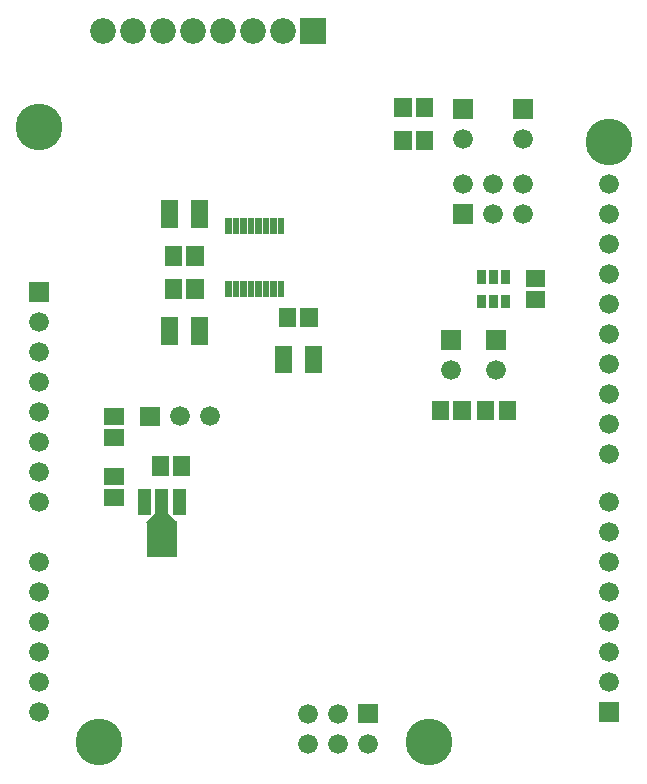
<source format=gbr>
G04 start of page 6 for group -4063 idx -4063 *
G04 Title: (unknown), componentmask *
G04 Creator: pcb 20110918 *
G04 CreationDate: Sat 02 Feb 2013 09:15:24 PM GMT UTC *
G04 For: petersen *
G04 Format: Gerber/RS-274X *
G04 PCB-Dimensions: 210000 270000 *
G04 PCB-Coordinate-Origin: lower left *
%MOIN*%
%FSLAX25Y25*%
%LNTOPMASK*%
%ADD55R,0.0550X0.0550*%
%ADD54R,0.0225X0.0225*%
%ADD53R,0.0300X0.0300*%
%ADD52R,0.1005X0.1005*%
%ADD51R,0.0438X0.0438*%
%ADD50R,0.0572X0.0572*%
%ADD49C,0.0860*%
%ADD48C,0.1560*%
%ADD47C,0.0660*%
%ADD46C,0.0001*%
G54D46*G36*
X196700Y23300D02*Y16700D01*
X203300D01*
Y23300D01*
X196700D01*
G37*
G54D47*X200000Y30000D03*
Y40000D03*
Y50000D03*
Y60000D03*
Y70000D03*
G54D48*X140000Y10000D03*
G54D47*X119803Y9449D03*
X109803D03*
X99803D03*
G54D46*G36*
X116503Y22749D02*Y16149D01*
X123103D01*
Y22749D01*
X116503D01*
G37*
G54D47*X109803Y19449D03*
X99803D03*
X10000Y130000D03*
Y120000D03*
Y110000D03*
Y100000D03*
G54D46*G36*
X6700Y163300D02*Y156700D01*
X13300D01*
Y163300D01*
X6700D01*
G37*
G54D47*X10000Y150000D03*
Y140000D03*
G54D48*Y215000D03*
G54D46*G36*
X43700Y121800D02*Y115200D01*
X50300D01*
Y121800D01*
X43700D01*
G37*
G54D47*X57000Y118500D03*
X67000D03*
X200000Y80000D03*
Y90000D03*
Y106000D03*
Y116000D03*
X10000Y90000D03*
Y70000D03*
Y60000D03*
Y50000D03*
Y40000D03*
Y30000D03*
Y20000D03*
G54D48*X30000Y10000D03*
G54D47*X200000Y126000D03*
Y136000D03*
Y146000D03*
Y156000D03*
Y166000D03*
Y176000D03*
G54D46*G36*
X159200Y147300D02*Y140700D01*
X165800D01*
Y147300D01*
X159200D01*
G37*
G54D47*X162500Y134000D03*
G54D46*G36*
X144200Y147300D02*Y140700D01*
X150800D01*
Y147300D01*
X144200D01*
G37*
G54D47*X147500Y134000D03*
X200000Y186000D03*
Y196000D03*
G54D48*Y210000D03*
G54D46*G36*
X148200Y189300D02*Y182700D01*
X154800D01*
Y189300D01*
X148200D01*
G37*
G54D47*X161500Y186000D03*
X171500D03*
X151500Y196000D03*
X161500D03*
X171500D03*
G54D46*G36*
X168200Y224300D02*Y217700D01*
X174800D01*
Y224300D01*
X168200D01*
G37*
G54D47*X171500Y211000D03*
G54D46*G36*
X148200Y224300D02*Y217700D01*
X154800D01*
Y224300D01*
X148200D01*
G37*
G54D47*X151500Y211000D03*
G54D46*G36*
X97200Y251300D02*Y242700D01*
X105800D01*
Y251300D01*
X97200D01*
G37*
G54D49*X91500Y247000D03*
X81500D03*
X71500D03*
X61500D03*
X51500D03*
X41500D03*
X31500D03*
G54D50*X138457Y221893D02*Y221107D01*
X131371Y221893D02*Y221107D01*
X138500Y210893D02*Y210107D01*
X131414Y210893D02*Y210107D01*
X57543Y102393D02*Y101607D01*
X50457Y102393D02*Y101607D01*
G54D51*X51000Y91989D02*Y80179D01*
G54D52*Y78445D02*Y76555D01*
G54D46*G36*
X52885Y86434D02*X56149Y83170D01*
X54305Y81326D01*
X51041Y84590D01*
X52885Y86434D01*
G37*
G36*
X45851Y83170D02*X49115Y86434D01*
X50959Y84590D01*
X47695Y81326D01*
X45851Y83170D01*
G37*
G54D51*X45094Y91989D02*Y87895D01*
G54D50*X34607Y98543D02*X35393D01*
X34607Y111414D02*X35393D01*
X34607Y118500D02*X35393D01*
X34607Y91457D02*X35393D01*
G54D51*X56906Y91989D02*Y87895D01*
G54D53*X165500Y165800D02*Y164200D01*
X161600Y165800D02*Y164200D01*
X157700Y165800D02*Y164200D01*
Y157600D02*Y156000D01*
X161600Y157600D02*Y156000D01*
G54D50*X166086Y120893D02*Y120107D01*
X159000Y120893D02*Y120107D01*
X143957Y120893D02*Y120107D01*
X151043Y120893D02*Y120107D01*
G54D53*X165500Y157600D02*Y156000D01*
G54D50*X175107Y157457D02*X175893D01*
X175107Y164543D02*X175893D01*
G54D54*X90750Y183425D02*Y180575D01*
X88250Y183425D02*Y180575D01*
X85750Y183425D02*Y180575D01*
X83250Y183425D02*Y180575D01*
X80750Y183425D02*Y180575D01*
X78250Y183425D02*Y180575D01*
X75750Y183425D02*Y180575D01*
X73250Y183425D02*Y180575D01*
G54D50*X62043Y172393D02*Y171607D01*
X54957Y172393D02*Y171607D01*
G54D55*X63500Y187800D02*Y184200D01*
X53500Y187800D02*Y184200D01*
G54D50*X62043Y161393D02*Y160607D01*
X54957Y161393D02*Y160607D01*
G54D55*X63500Y148800D02*Y145200D01*
X53500Y148800D02*Y145200D01*
G54D54*X73250Y162425D02*Y159575D01*
X75750Y162425D02*Y159575D01*
X78250Y162425D02*Y159575D01*
X80750Y162425D02*Y159575D01*
X83250Y162425D02*Y159575D01*
X85750Y162425D02*Y159575D01*
X88250Y162425D02*Y159575D01*
X90750Y162425D02*Y159575D01*
G54D55*X101500Y139300D02*Y135700D01*
X91500Y139300D02*Y135700D01*
G54D50*X100043Y151893D02*Y151107D01*
X92957Y151893D02*Y151107D01*
M02*

</source>
